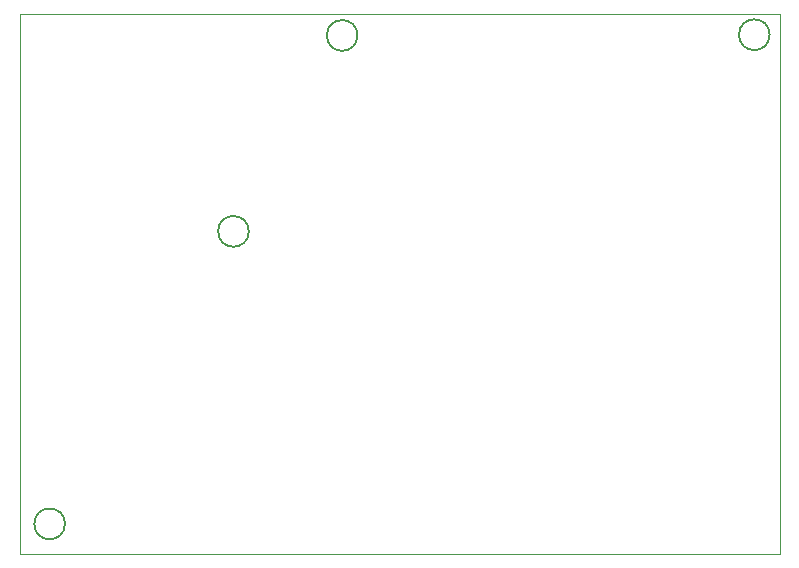
<source format=gm1>
G04 #@! TF.GenerationSoftware,KiCad,Pcbnew,7.0.0*
G04 #@! TF.CreationDate,2023-02-20T20:21:08-05:00*
G04 #@! TF.ProjectId,PCB,5043422e-6b69-4636-9164-5f7063625858,rev?*
G04 #@! TF.SameCoordinates,Original*
G04 #@! TF.FileFunction,Profile,NP*
%FSLAX46Y46*%
G04 Gerber Fmt 4.6, Leading zero omitted, Abs format (unit mm)*
G04 Created by KiCad (PCBNEW 7.0.0) date 2023-02-20 20:21:08*
%MOMM*%
%LPD*%
G01*
G04 APERTURE LIST*
G04 #@! TA.AperFunction,Profile*
%ADD10C,0.100000*%
G04 #@! TD*
G04 #@! TA.AperFunction,Profile*
%ADD11C,0.200000*%
G04 #@! TD*
G04 APERTURE END LIST*
D10*
X199000000Y-88900000D02*
X134620000Y-88900000D01*
X160020000Y-43180000D02*
X199000000Y-43180000D01*
X199000000Y-88900000D02*
X199000000Y-43180000D01*
X160020000Y-43180000D02*
X134620000Y-43180000D01*
D11*
X138460000Y-86360000D02*
G75*
G03*
X138460000Y-86360000I-1300000J0D01*
G01*
X198120000Y-44944368D02*
G75*
G03*
X198120000Y-44944368I-1300000J0D01*
G01*
X154023269Y-61592794D02*
G75*
G03*
X154023269Y-61592794I-1300000J0D01*
G01*
X163224747Y-45005341D02*
G75*
G03*
X163224747Y-45005341I-1300000J0D01*
G01*
D10*
X134620000Y-43180000D02*
X134620000Y-88900000D01*
M02*

</source>
